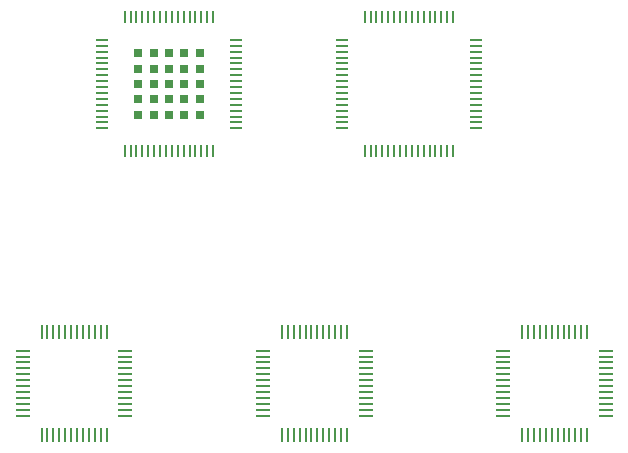
<source format=gbr>
G04 #@! TF.GenerationSoftware,KiCad,Pcbnew,(5.1.5)-3*
G04 #@! TF.CreationDate,2020-04-26T20:22:25+03:00*
G04 #@! TF.ProjectId,PCB soldering test board,50434220-736f-46c6-9465-72696e672074,rev?*
G04 #@! TF.SameCoordinates,Original*
G04 #@! TF.FileFunction,Paste,Bot*
G04 #@! TF.FilePolarity,Positive*
%FSLAX46Y46*%
G04 Gerber Fmt 4.6, Leading zero omitted, Abs format (unit mm)*
G04 Created by KiCad (PCBNEW (5.1.5)-3) date 2020-04-26 20:22:25*
%MOMM*%
%LPD*%
G04 APERTURE LIST*
%ADD10R,0.780000X0.780000*%
%ADD11R,0.250000X1.000000*%
%ADD12R,1.000000X0.250000*%
%ADD13R,0.250000X1.300000*%
%ADD14R,1.300000X0.250000*%
G04 APERTURE END LIST*
D10*
X86762900Y-60905080D03*
X85462900Y-60905080D03*
X84162900Y-60905080D03*
X82862900Y-60905080D03*
X81562900Y-60905080D03*
X86762900Y-62205080D03*
X85462900Y-62205080D03*
X84162900Y-62205080D03*
X82862900Y-62205080D03*
X81562900Y-62205080D03*
X86762900Y-63505080D03*
X85462900Y-63505080D03*
X84162900Y-63505080D03*
X82862900Y-63505080D03*
X81562900Y-63505080D03*
X86762900Y-64805080D03*
X85462900Y-64805080D03*
X84162900Y-64805080D03*
X82862900Y-64805080D03*
X81562900Y-64805080D03*
X86762900Y-66105080D03*
X85462900Y-66105080D03*
X84162900Y-66105080D03*
X82862900Y-66105080D03*
X81562900Y-66105080D03*
D11*
X80412900Y-69205080D03*
X80912900Y-69205080D03*
X81412900Y-69205080D03*
X81912900Y-69205080D03*
X82412900Y-69205080D03*
X82912900Y-69205080D03*
X83412900Y-69205080D03*
X83912900Y-69205080D03*
X84412900Y-69205080D03*
X84912900Y-69205080D03*
X85412900Y-69205080D03*
X85912900Y-69205080D03*
X86412900Y-69205080D03*
X86912900Y-69205080D03*
X87412900Y-69205080D03*
X87912900Y-69205080D03*
D12*
X89862900Y-67255080D03*
X89862900Y-66755080D03*
X89862900Y-66255080D03*
X89862900Y-65755080D03*
X89862900Y-65255080D03*
X89862900Y-64755080D03*
X89862900Y-64255080D03*
X89862900Y-63755080D03*
X89862900Y-63255080D03*
X89862900Y-62755080D03*
X89862900Y-62255080D03*
X89862900Y-61755080D03*
X89862900Y-61255080D03*
X89862900Y-60755080D03*
X89862900Y-60255080D03*
X89862900Y-59755080D03*
D11*
X87912900Y-57805080D03*
X87412900Y-57805080D03*
X86912900Y-57805080D03*
X86412900Y-57805080D03*
X85912900Y-57805080D03*
X85412900Y-57805080D03*
X84912900Y-57805080D03*
X84412900Y-57805080D03*
X83912900Y-57805080D03*
X83412900Y-57805080D03*
X82912900Y-57805080D03*
X82412900Y-57805080D03*
X81912900Y-57805080D03*
X81412900Y-57805080D03*
X80912900Y-57805080D03*
X80412900Y-57805080D03*
D12*
X78462900Y-59755080D03*
X78462900Y-60255080D03*
X78462900Y-60755080D03*
X78462900Y-61255080D03*
X78462900Y-61755080D03*
X78462900Y-62255080D03*
X78462900Y-62755080D03*
X78462900Y-63255080D03*
X78462900Y-63755080D03*
X78462900Y-64255080D03*
X78462900Y-64755080D03*
X78462900Y-65255080D03*
X78462900Y-65755080D03*
X78462900Y-66255080D03*
X78462900Y-66755080D03*
X78462900Y-67255080D03*
D11*
X100732900Y-69205080D03*
X101232900Y-69205080D03*
X101732900Y-69205080D03*
X102232900Y-69205080D03*
X102732900Y-69205080D03*
X103232900Y-69205080D03*
X103732900Y-69205080D03*
X104232900Y-69205080D03*
X104732900Y-69205080D03*
X105232900Y-69205080D03*
X105732900Y-69205080D03*
X106232900Y-69205080D03*
X106732900Y-69205080D03*
X107232900Y-69205080D03*
X107732900Y-69205080D03*
X108232900Y-69205080D03*
D12*
X110182900Y-67255080D03*
X110182900Y-66755080D03*
X110182900Y-66255080D03*
X110182900Y-65755080D03*
X110182900Y-65255080D03*
X110182900Y-64755080D03*
X110182900Y-64255080D03*
X110182900Y-63755080D03*
X110182900Y-63255080D03*
X110182900Y-62755080D03*
X110182900Y-62255080D03*
X110182900Y-61755080D03*
X110182900Y-61255080D03*
X110182900Y-60755080D03*
X110182900Y-60255080D03*
X110182900Y-59755080D03*
D11*
X108232900Y-57805080D03*
X107732900Y-57805080D03*
X107232900Y-57805080D03*
X106732900Y-57805080D03*
X106232900Y-57805080D03*
X105732900Y-57805080D03*
X105232900Y-57805080D03*
X104732900Y-57805080D03*
X104232900Y-57805080D03*
X103732900Y-57805080D03*
X103232900Y-57805080D03*
X102732900Y-57805080D03*
X102232900Y-57805080D03*
X101732900Y-57805080D03*
X101232900Y-57805080D03*
X100732900Y-57805080D03*
D12*
X98782900Y-59755080D03*
X98782900Y-60255080D03*
X98782900Y-60755080D03*
X98782900Y-61255080D03*
X98782900Y-61755080D03*
X98782900Y-62255080D03*
X98782900Y-62755080D03*
X98782900Y-63255080D03*
X98782900Y-63755080D03*
X98782900Y-64255080D03*
X98782900Y-64755080D03*
X98782900Y-65255080D03*
X98782900Y-65755080D03*
X98782900Y-66255080D03*
X98782900Y-66755080D03*
X98782900Y-67255080D03*
D13*
X73381420Y-93176340D03*
X73881420Y-93176340D03*
X74381420Y-93176340D03*
X74881420Y-93176340D03*
X75381420Y-93176340D03*
X75881420Y-93176340D03*
X76381420Y-93176340D03*
X76881420Y-93176340D03*
X77381420Y-93176340D03*
X77881420Y-93176340D03*
X78381420Y-93176340D03*
X78881420Y-93176340D03*
D14*
X80481420Y-91576340D03*
X80481420Y-91076340D03*
X80481420Y-90576340D03*
X80481420Y-90076340D03*
X80481420Y-89576340D03*
X80481420Y-89076340D03*
X80481420Y-88576340D03*
X80481420Y-88076340D03*
X80481420Y-87576340D03*
X80481420Y-87076340D03*
X80481420Y-86576340D03*
X80481420Y-86076340D03*
D13*
X78881420Y-84476340D03*
X78381420Y-84476340D03*
X77881420Y-84476340D03*
X77381420Y-84476340D03*
X76881420Y-84476340D03*
X76381420Y-84476340D03*
X75881420Y-84476340D03*
X75381420Y-84476340D03*
X74881420Y-84476340D03*
X74381420Y-84476340D03*
X73881420Y-84476340D03*
X73381420Y-84476340D03*
D14*
X71781420Y-86076340D03*
X71781420Y-86576340D03*
X71781420Y-87076340D03*
X71781420Y-87576340D03*
X71781420Y-88076340D03*
X71781420Y-88576340D03*
X71781420Y-89076340D03*
X71781420Y-89576340D03*
X71781420Y-90076340D03*
X71781420Y-90576340D03*
X71781420Y-91076340D03*
X71781420Y-91576340D03*
D13*
X114074760Y-93176340D03*
X114574760Y-93176340D03*
X115074760Y-93176340D03*
X115574760Y-93176340D03*
X116074760Y-93176340D03*
X116574760Y-93176340D03*
X117074760Y-93176340D03*
X117574760Y-93176340D03*
X118074760Y-93176340D03*
X118574760Y-93176340D03*
X119074760Y-93176340D03*
X119574760Y-93176340D03*
D14*
X121174760Y-91576340D03*
X121174760Y-91076340D03*
X121174760Y-90576340D03*
X121174760Y-90076340D03*
X121174760Y-89576340D03*
X121174760Y-89076340D03*
X121174760Y-88576340D03*
X121174760Y-88076340D03*
X121174760Y-87576340D03*
X121174760Y-87076340D03*
X121174760Y-86576340D03*
X121174760Y-86076340D03*
D13*
X119574760Y-84476340D03*
X119074760Y-84476340D03*
X118574760Y-84476340D03*
X118074760Y-84476340D03*
X117574760Y-84476340D03*
X117074760Y-84476340D03*
X116574760Y-84476340D03*
X116074760Y-84476340D03*
X115574760Y-84476340D03*
X115074760Y-84476340D03*
X114574760Y-84476340D03*
X114074760Y-84476340D03*
D14*
X112474760Y-86076340D03*
X112474760Y-86576340D03*
X112474760Y-87076340D03*
X112474760Y-87576340D03*
X112474760Y-88076340D03*
X112474760Y-88576340D03*
X112474760Y-89076340D03*
X112474760Y-89576340D03*
X112474760Y-90076340D03*
X112474760Y-90576340D03*
X112474760Y-91076340D03*
X112474760Y-91576340D03*
D13*
X93729360Y-93176340D03*
X94229360Y-93176340D03*
X94729360Y-93176340D03*
X95229360Y-93176340D03*
X95729360Y-93176340D03*
X96229360Y-93176340D03*
X96729360Y-93176340D03*
X97229360Y-93176340D03*
X97729360Y-93176340D03*
X98229360Y-93176340D03*
X98729360Y-93176340D03*
X99229360Y-93176340D03*
D14*
X100829360Y-91576340D03*
X100829360Y-91076340D03*
X100829360Y-90576340D03*
X100829360Y-90076340D03*
X100829360Y-89576340D03*
X100829360Y-89076340D03*
X100829360Y-88576340D03*
X100829360Y-88076340D03*
X100829360Y-87576340D03*
X100829360Y-87076340D03*
X100829360Y-86576340D03*
X100829360Y-86076340D03*
D13*
X99229360Y-84476340D03*
X98729360Y-84476340D03*
X98229360Y-84476340D03*
X97729360Y-84476340D03*
X97229360Y-84476340D03*
X96729360Y-84476340D03*
X96229360Y-84476340D03*
X95729360Y-84476340D03*
X95229360Y-84476340D03*
X94729360Y-84476340D03*
X94229360Y-84476340D03*
X93729360Y-84476340D03*
D14*
X92129360Y-86076340D03*
X92129360Y-86576340D03*
X92129360Y-87076340D03*
X92129360Y-87576340D03*
X92129360Y-88076340D03*
X92129360Y-88576340D03*
X92129360Y-89076340D03*
X92129360Y-89576340D03*
X92129360Y-90076340D03*
X92129360Y-90576340D03*
X92129360Y-91076340D03*
X92129360Y-91576340D03*
M02*

</source>
